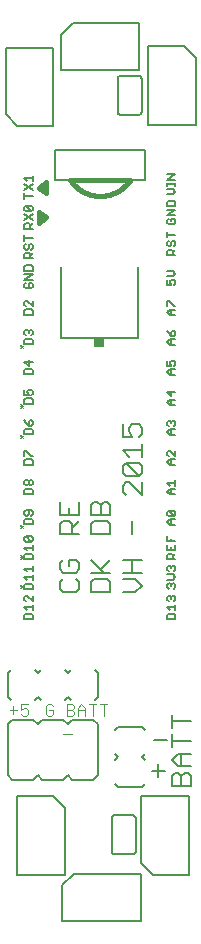
<source format=gto>
G75*
%MOIN*%
%OFA0B0*%
%FSLAX25Y25*%
%IPPOS*%
%LPD*%
%AMOC8*
5,1,8,0,0,1.08239X$1,22.5*
%
%ADD10C,0.01600*%
%ADD11C,0.00500*%
%ADD12C,0.00200*%
%ADD13C,0.00600*%
%ADD14C,0.00400*%
%ADD15C,0.00800*%
%ADD16R,0.03400X0.03000*%
%ADD17C,0.00300*%
D10*
X0016500Y0237598D02*
X0018700Y0239398D01*
X0016500Y0241198D01*
X0016500Y0237598D01*
X0017300Y0238398D02*
X0017300Y0240098D01*
X0018700Y0247498D02*
X0016500Y0249298D01*
X0018700Y0251098D01*
X0018700Y0247498D01*
X0017800Y0248498D02*
X0017800Y0249898D01*
X0026839Y0251918D02*
X0046839Y0251918D01*
X0046674Y0251677D01*
X0046504Y0251441D01*
X0046327Y0251208D01*
X0046146Y0250980D01*
X0045958Y0250757D01*
X0045766Y0250538D01*
X0045568Y0250323D01*
X0045365Y0250114D01*
X0045157Y0249910D01*
X0044944Y0249710D01*
X0044726Y0249516D01*
X0044504Y0249328D01*
X0044277Y0249144D01*
X0044046Y0248967D01*
X0043810Y0248795D01*
X0043571Y0248628D01*
X0043327Y0248468D01*
X0043080Y0248313D01*
X0042829Y0248165D01*
X0042574Y0248023D01*
X0042316Y0247887D01*
X0042055Y0247757D01*
X0041791Y0247634D01*
X0041524Y0247517D01*
X0041254Y0247406D01*
X0040981Y0247302D01*
X0040706Y0247205D01*
X0040429Y0247115D01*
X0040150Y0247031D01*
X0039868Y0246954D01*
X0039585Y0246884D01*
X0039300Y0246821D01*
X0039014Y0246765D01*
X0038727Y0246715D01*
X0038438Y0246673D01*
X0038149Y0246638D01*
X0037859Y0246609D01*
X0037568Y0246588D01*
X0037276Y0246574D01*
X0036985Y0246567D01*
X0036693Y0246567D01*
X0036402Y0246574D01*
X0036110Y0246588D01*
X0035819Y0246609D01*
X0035529Y0246638D01*
X0035240Y0246673D01*
X0034951Y0246715D01*
X0034664Y0246765D01*
X0034378Y0246821D01*
X0034093Y0246884D01*
X0033810Y0246954D01*
X0033528Y0247031D01*
X0033249Y0247115D01*
X0032972Y0247205D01*
X0032697Y0247302D01*
X0032424Y0247406D01*
X0032154Y0247517D01*
X0031887Y0247634D01*
X0031623Y0247757D01*
X0031362Y0247887D01*
X0031104Y0248023D01*
X0030849Y0248165D01*
X0030598Y0248313D01*
X0030351Y0248468D01*
X0030107Y0248628D01*
X0029868Y0248795D01*
X0029632Y0248967D01*
X0029401Y0249144D01*
X0029174Y0249328D01*
X0028952Y0249516D01*
X0028734Y0249710D01*
X0028521Y0249910D01*
X0028313Y0250114D01*
X0028110Y0250323D01*
X0027912Y0250538D01*
X0027720Y0250757D01*
X0027532Y0250980D01*
X0027351Y0251208D01*
X0027174Y0251441D01*
X0027004Y0251677D01*
X0026839Y0251918D01*
D11*
X0009280Y0046406D02*
X0009280Y0020186D01*
X0025028Y0020186D01*
X0025028Y0042469D01*
X0021091Y0046406D01*
X0009280Y0046406D01*
X0011648Y0105548D02*
X0011648Y0106900D01*
X0012098Y0107350D01*
X0013900Y0107350D01*
X0014350Y0106900D01*
X0014350Y0105548D01*
X0011648Y0105548D01*
X0012548Y0108495D02*
X0011648Y0109396D01*
X0014350Y0109396D01*
X0014350Y0110296D02*
X0014350Y0108495D01*
X0014350Y0111441D02*
X0012548Y0113243D01*
X0012098Y0113243D01*
X0011648Y0112793D01*
X0011648Y0111892D01*
X0012098Y0111441D01*
X0011648Y0115548D02*
X0011648Y0116900D01*
X0012098Y0117350D01*
X0013900Y0117350D01*
X0014350Y0116900D01*
X0014350Y0115548D01*
X0011648Y0115548D01*
X0012548Y0118495D02*
X0011648Y0119396D01*
X0014350Y0119396D01*
X0014350Y0120296D02*
X0014350Y0118495D01*
X0014350Y0121441D02*
X0014350Y0123243D01*
X0014350Y0122342D02*
X0011648Y0122342D01*
X0012548Y0121441D01*
X0011648Y0125448D02*
X0011648Y0126800D01*
X0012098Y0127250D01*
X0013900Y0127250D01*
X0014350Y0126800D01*
X0014350Y0125448D01*
X0011648Y0125448D01*
X0012548Y0128395D02*
X0011648Y0129296D01*
X0014350Y0129296D01*
X0014350Y0130196D02*
X0014350Y0128395D01*
X0013900Y0131341D02*
X0012098Y0133143D01*
X0013900Y0133143D01*
X0014350Y0132693D01*
X0014350Y0131792D01*
X0013900Y0131341D01*
X0012098Y0131341D01*
X0011648Y0131792D01*
X0011648Y0132693D01*
X0012098Y0133143D01*
X0011648Y0137048D02*
X0011648Y0138400D01*
X0012098Y0138850D01*
X0013900Y0138850D01*
X0014350Y0138400D01*
X0014350Y0137048D01*
X0011648Y0137048D01*
X0012098Y0139995D02*
X0011648Y0140445D01*
X0011648Y0141346D01*
X0012098Y0141796D01*
X0013900Y0141796D01*
X0014350Y0141346D01*
X0014350Y0140445D01*
X0013900Y0139995D01*
X0012999Y0140445D02*
X0012999Y0141796D01*
X0012999Y0140445D02*
X0012548Y0139995D01*
X0012098Y0139995D01*
X0011648Y0147148D02*
X0011648Y0148500D01*
X0012098Y0148950D01*
X0013900Y0148950D01*
X0014350Y0148500D01*
X0014350Y0147148D01*
X0011648Y0147148D01*
X0012098Y0150095D02*
X0011648Y0150545D01*
X0011648Y0151446D01*
X0012098Y0151896D01*
X0012548Y0151896D01*
X0012999Y0151446D01*
X0012999Y0150545D01*
X0012548Y0150095D01*
X0012098Y0150095D01*
X0012999Y0150545D02*
X0013449Y0150095D01*
X0013900Y0150095D01*
X0014350Y0150545D01*
X0014350Y0151446D01*
X0013900Y0151896D01*
X0013449Y0151896D01*
X0012999Y0151446D01*
X0014350Y0156948D02*
X0014350Y0158300D01*
X0013900Y0158750D01*
X0012098Y0158750D01*
X0011648Y0158300D01*
X0011648Y0156948D01*
X0014350Y0156948D01*
X0014350Y0159895D02*
X0013900Y0159895D01*
X0012098Y0161696D01*
X0011648Y0161696D01*
X0011648Y0159895D01*
X0011648Y0167048D02*
X0011648Y0168400D01*
X0012098Y0168850D01*
X0013900Y0168850D01*
X0014350Y0168400D01*
X0014350Y0167048D01*
X0011648Y0167048D01*
X0012999Y0169995D02*
X0012098Y0170896D01*
X0011648Y0171796D01*
X0012999Y0171346D02*
X0012999Y0169995D01*
X0013900Y0169995D01*
X0014350Y0170445D01*
X0014350Y0171346D01*
X0013900Y0171796D01*
X0013449Y0171796D01*
X0012999Y0171346D01*
X0011648Y0177248D02*
X0014350Y0177248D01*
X0014350Y0178600D01*
X0013900Y0179050D01*
X0012098Y0179050D01*
X0011648Y0178600D01*
X0011648Y0177248D01*
X0011648Y0180195D02*
X0012999Y0180195D01*
X0012548Y0181096D01*
X0012548Y0181546D01*
X0012999Y0181996D01*
X0013900Y0181996D01*
X0014350Y0181546D01*
X0014350Y0180645D01*
X0013900Y0180195D01*
X0014350Y0187048D02*
X0014350Y0188400D01*
X0013900Y0188850D01*
X0012098Y0188850D01*
X0011648Y0188400D01*
X0011648Y0187048D01*
X0014350Y0187048D01*
X0012999Y0189995D02*
X0012999Y0191796D01*
X0011648Y0191346D02*
X0012999Y0189995D01*
X0014350Y0191346D02*
X0011648Y0191346D01*
X0011648Y0197148D02*
X0011648Y0198500D01*
X0012098Y0198950D01*
X0013900Y0198950D01*
X0014350Y0198500D01*
X0014350Y0197148D01*
X0011648Y0197148D01*
X0012098Y0200095D02*
X0011648Y0200545D01*
X0011648Y0201446D01*
X0012098Y0201896D01*
X0012548Y0201896D01*
X0012999Y0201446D01*
X0013449Y0201896D01*
X0013900Y0201896D01*
X0014350Y0201446D01*
X0014350Y0200545D01*
X0013900Y0200095D01*
X0012999Y0200996D02*
X0012999Y0201446D01*
X0011648Y0206948D02*
X0014350Y0206948D01*
X0014350Y0208300D01*
X0013900Y0208750D01*
X0012098Y0208750D01*
X0011648Y0208300D01*
X0011648Y0206948D01*
X0012098Y0209895D02*
X0011648Y0210345D01*
X0011648Y0211246D01*
X0012098Y0211696D01*
X0012548Y0211696D01*
X0014350Y0209895D01*
X0014350Y0211696D01*
X0013900Y0215748D02*
X0014350Y0216199D01*
X0014350Y0217100D01*
X0013900Y0217550D01*
X0012999Y0217550D01*
X0012999Y0216649D01*
X0012098Y0215748D02*
X0013900Y0215748D01*
X0014350Y0218695D02*
X0011648Y0218695D01*
X0014350Y0220496D01*
X0011648Y0220496D01*
X0011648Y0221641D02*
X0011648Y0222993D01*
X0012098Y0223443D01*
X0013900Y0223443D01*
X0014350Y0222993D01*
X0014350Y0221641D01*
X0011648Y0221641D01*
X0012098Y0217550D02*
X0011648Y0217100D01*
X0011648Y0216199D01*
X0012098Y0215748D01*
X0011648Y0225748D02*
X0011648Y0227100D01*
X0012098Y0227550D01*
X0012999Y0227550D01*
X0013449Y0227100D01*
X0013449Y0225748D01*
X0014350Y0225748D02*
X0011648Y0225748D01*
X0012098Y0228695D02*
X0011648Y0229145D01*
X0011648Y0230046D01*
X0012098Y0230496D01*
X0012999Y0230046D02*
X0013449Y0230496D01*
X0013900Y0230496D01*
X0014350Y0230046D01*
X0014350Y0229145D01*
X0013900Y0228695D01*
X0014350Y0227550D02*
X0013449Y0226649D01*
X0012548Y0228695D02*
X0012999Y0229145D01*
X0012999Y0230046D01*
X0012548Y0228695D02*
X0012098Y0228695D01*
X0011648Y0231641D02*
X0011648Y0233443D01*
X0011648Y0232542D02*
X0014350Y0232542D01*
X0014350Y0235648D02*
X0011648Y0235648D01*
X0011648Y0237000D01*
X0012098Y0237450D01*
X0012999Y0237450D01*
X0013449Y0237000D01*
X0013449Y0235648D01*
X0013449Y0236549D02*
X0014350Y0237450D01*
X0014350Y0238595D02*
X0011648Y0240396D01*
X0012098Y0241541D02*
X0011648Y0241992D01*
X0011648Y0242893D01*
X0012098Y0243343D01*
X0013900Y0241541D01*
X0014350Y0241992D01*
X0014350Y0242893D01*
X0013900Y0243343D01*
X0012098Y0243343D01*
X0012098Y0241541D02*
X0013900Y0241541D01*
X0014350Y0240396D02*
X0011648Y0238595D01*
X0011648Y0245648D02*
X0011648Y0247450D01*
X0011648Y0246549D02*
X0014350Y0246549D01*
X0014350Y0248595D02*
X0011648Y0250396D01*
X0012548Y0251541D02*
X0011648Y0252442D01*
X0014350Y0252442D01*
X0014350Y0251541D02*
X0014350Y0253343D01*
X0014350Y0250396D02*
X0011648Y0248595D01*
X0009280Y0269792D02*
X0005343Y0273729D01*
X0005343Y0296013D01*
X0021091Y0296013D01*
X0021091Y0269792D01*
X0009280Y0269792D01*
X0021839Y0261918D02*
X0021839Y0251918D01*
X0026839Y0251918D01*
X0021839Y0261918D02*
X0051839Y0261918D01*
X0051839Y0251918D01*
X0046839Y0251918D01*
X0052981Y0270186D02*
X0052981Y0296406D01*
X0064792Y0296406D01*
X0068729Y0292469D01*
X0068729Y0270186D01*
X0052981Y0270186D01*
X0049950Y0288414D02*
X0023729Y0288414D01*
X0023729Y0300225D01*
X0027666Y0304162D01*
X0049950Y0304162D01*
X0049950Y0288414D01*
X0059248Y0253761D02*
X0061950Y0253761D01*
X0059248Y0251959D01*
X0061950Y0251959D01*
X0061950Y0250896D02*
X0061950Y0249995D01*
X0061950Y0250445D02*
X0059248Y0250445D01*
X0059248Y0249995D02*
X0059248Y0250896D01*
X0059248Y0248850D02*
X0061049Y0248850D01*
X0061950Y0247949D01*
X0061049Y0247048D01*
X0059248Y0247048D01*
X0059698Y0244843D02*
X0059248Y0244393D01*
X0059248Y0243041D01*
X0061950Y0243041D01*
X0061950Y0244393D01*
X0061500Y0244843D01*
X0059698Y0244843D01*
X0059248Y0241896D02*
X0061950Y0241896D01*
X0059248Y0240095D01*
X0061950Y0240095D01*
X0061500Y0238950D02*
X0060599Y0238950D01*
X0060599Y0238049D01*
X0059698Y0237148D02*
X0061500Y0237148D01*
X0061950Y0237599D01*
X0061950Y0238500D01*
X0061500Y0238950D01*
X0061950Y0233642D02*
X0059248Y0233642D01*
X0059248Y0232741D02*
X0059248Y0234543D01*
X0059698Y0237148D02*
X0059248Y0237599D01*
X0059248Y0238500D01*
X0059698Y0238950D01*
X0059698Y0231596D02*
X0059248Y0231146D01*
X0059248Y0230245D01*
X0059698Y0229795D01*
X0060148Y0229795D01*
X0060599Y0230245D01*
X0060599Y0231146D01*
X0061049Y0231596D01*
X0061500Y0231596D01*
X0061950Y0231146D01*
X0061950Y0230245D01*
X0061500Y0229795D01*
X0061950Y0228650D02*
X0061049Y0227749D01*
X0061049Y0228200D02*
X0061049Y0226848D01*
X0061950Y0226848D02*
X0059248Y0226848D01*
X0059248Y0228200D01*
X0059698Y0228650D01*
X0060599Y0228650D01*
X0061049Y0228200D01*
X0061049Y0221596D02*
X0059248Y0221596D01*
X0059248Y0219795D02*
X0061049Y0219795D01*
X0061950Y0220696D01*
X0061049Y0221596D01*
X0060599Y0218650D02*
X0061500Y0218650D01*
X0061950Y0218200D01*
X0061950Y0217299D01*
X0061500Y0216848D01*
X0060599Y0216848D02*
X0060148Y0217749D01*
X0060148Y0218200D01*
X0060599Y0218650D01*
X0059248Y0218650D02*
X0059248Y0216848D01*
X0060599Y0216848D01*
X0059698Y0211596D02*
X0061500Y0209795D01*
X0061950Y0209795D01*
X0061950Y0208650D02*
X0060148Y0208650D01*
X0059248Y0207749D01*
X0060148Y0206848D01*
X0061950Y0206848D01*
X0060599Y0206848D02*
X0060599Y0208650D01*
X0059248Y0209795D02*
X0059248Y0211596D01*
X0059698Y0211596D01*
X0059248Y0201696D02*
X0059698Y0200796D01*
X0060599Y0199895D01*
X0060599Y0201246D01*
X0061049Y0201696D01*
X0061500Y0201696D01*
X0061950Y0201246D01*
X0061950Y0200345D01*
X0061500Y0199895D01*
X0060599Y0199895D01*
X0060599Y0198750D02*
X0060599Y0196948D01*
X0060148Y0196948D02*
X0059248Y0197849D01*
X0060148Y0198750D01*
X0061950Y0198750D01*
X0061950Y0196948D02*
X0060148Y0196948D01*
X0060599Y0191696D02*
X0061500Y0191696D01*
X0061950Y0191246D01*
X0061950Y0190345D01*
X0061500Y0189895D01*
X0061950Y0188750D02*
X0060148Y0188750D01*
X0059248Y0187849D01*
X0060148Y0186948D01*
X0061950Y0186948D01*
X0060599Y0186948D02*
X0060599Y0188750D01*
X0060599Y0189895D02*
X0060148Y0190796D01*
X0060148Y0191246D01*
X0060599Y0191696D01*
X0059248Y0191696D02*
X0059248Y0189895D01*
X0060599Y0189895D01*
X0060599Y0181596D02*
X0060599Y0179795D01*
X0059248Y0181146D01*
X0061950Y0181146D01*
X0061950Y0178650D02*
X0060148Y0178650D01*
X0059248Y0177749D01*
X0060148Y0176848D01*
X0061950Y0176848D01*
X0060599Y0176848D02*
X0060599Y0178650D01*
X0061049Y0171696D02*
X0060599Y0171246D01*
X0060599Y0170796D01*
X0060599Y0171246D02*
X0060148Y0171696D01*
X0059698Y0171696D01*
X0059248Y0171246D01*
X0059248Y0170345D01*
X0059698Y0169895D01*
X0060148Y0168750D02*
X0059248Y0167849D01*
X0060148Y0166948D01*
X0061950Y0166948D01*
X0061950Y0168750D02*
X0060148Y0168750D01*
X0060599Y0168750D02*
X0060599Y0166948D01*
X0061049Y0171696D02*
X0061500Y0171696D01*
X0061950Y0171246D01*
X0061950Y0170345D01*
X0061500Y0169895D01*
X0061950Y0161696D02*
X0061950Y0159895D01*
X0060148Y0161696D01*
X0059698Y0161696D01*
X0059248Y0161246D01*
X0059248Y0160345D01*
X0059698Y0159895D01*
X0060148Y0158750D02*
X0059248Y0157849D01*
X0060148Y0156948D01*
X0061950Y0156948D01*
X0061950Y0158750D02*
X0060148Y0158750D01*
X0060599Y0158750D02*
X0060599Y0156948D01*
X0061950Y0151796D02*
X0061950Y0149995D01*
X0061950Y0150896D02*
X0059248Y0150896D01*
X0060148Y0149995D01*
X0060148Y0148850D02*
X0061950Y0148850D01*
X0061950Y0147048D02*
X0060148Y0147048D01*
X0059248Y0147949D01*
X0060148Y0148850D01*
X0060599Y0148850D02*
X0060599Y0147048D01*
X0059698Y0141696D02*
X0061500Y0141696D01*
X0061950Y0141246D01*
X0061950Y0140345D01*
X0061500Y0139895D01*
X0059698Y0141696D01*
X0059248Y0141246D01*
X0059248Y0140345D01*
X0059698Y0139895D01*
X0061500Y0139895D01*
X0061950Y0138750D02*
X0060148Y0138750D01*
X0059248Y0137849D01*
X0060148Y0136948D01*
X0061950Y0136948D01*
X0060599Y0136948D02*
X0060599Y0138750D01*
X0059248Y0133243D02*
X0059248Y0131441D01*
X0061950Y0131441D01*
X0061950Y0130296D02*
X0061950Y0128495D01*
X0059248Y0128495D01*
X0059248Y0130296D01*
X0060599Y0129396D02*
X0060599Y0128495D01*
X0060599Y0127350D02*
X0061049Y0126900D01*
X0061049Y0125548D01*
X0061950Y0125548D02*
X0059248Y0125548D01*
X0059248Y0126900D01*
X0059698Y0127350D01*
X0060599Y0127350D01*
X0061049Y0126449D02*
X0061950Y0127350D01*
X0061500Y0123343D02*
X0061049Y0123343D01*
X0060599Y0122893D01*
X0060599Y0122442D01*
X0060599Y0122893D02*
X0060148Y0123343D01*
X0059698Y0123343D01*
X0059248Y0122893D01*
X0059248Y0121992D01*
X0059698Y0121541D01*
X0059248Y0120396D02*
X0061049Y0120396D01*
X0061950Y0119496D01*
X0061049Y0118595D01*
X0059248Y0118595D01*
X0059698Y0117450D02*
X0060148Y0117450D01*
X0060599Y0117000D01*
X0061049Y0117450D01*
X0061500Y0117450D01*
X0061950Y0117000D01*
X0061950Y0116099D01*
X0061500Y0115648D01*
X0061500Y0113243D02*
X0061049Y0113243D01*
X0060599Y0112793D01*
X0060599Y0112342D01*
X0060599Y0112793D02*
X0060148Y0113243D01*
X0059698Y0113243D01*
X0059248Y0112793D01*
X0059248Y0111892D01*
X0059698Y0111441D01*
X0059248Y0109396D02*
X0061950Y0109396D01*
X0061950Y0110296D02*
X0061950Y0108495D01*
X0061500Y0107350D02*
X0059698Y0107350D01*
X0059248Y0106900D01*
X0059248Y0105548D01*
X0061950Y0105548D01*
X0061950Y0106900D01*
X0061500Y0107350D01*
X0060148Y0108495D02*
X0059248Y0109396D01*
X0059698Y0115648D02*
X0059248Y0116099D01*
X0059248Y0117000D01*
X0059698Y0117450D01*
X0060599Y0117000D02*
X0060599Y0116549D01*
X0061500Y0113243D02*
X0061950Y0112793D01*
X0061950Y0111892D01*
X0061500Y0111441D01*
X0061500Y0121541D02*
X0061950Y0121992D01*
X0061950Y0122893D01*
X0061500Y0123343D01*
X0060599Y0131441D02*
X0060599Y0132342D01*
X0066367Y0046406D02*
X0050619Y0046406D01*
X0050619Y0024123D01*
X0054556Y0020186D01*
X0066367Y0020186D01*
X0066367Y0046406D01*
X0050343Y0020698D02*
X0050343Y0004950D01*
X0024123Y0004950D01*
X0024123Y0016761D01*
X0028060Y0020698D01*
X0050343Y0020698D01*
X0014350Y0111441D02*
X0014350Y0113243D01*
X0011648Y0180195D02*
X0011648Y0181996D01*
D12*
X0011200Y0177099D02*
X0009999Y0175898D01*
X0010599Y0175898D02*
X0010599Y0177099D01*
X0009999Y0177099D02*
X0011200Y0175898D01*
X0011200Y0176499D02*
X0009999Y0176499D01*
X0009999Y0166999D02*
X0011200Y0165798D01*
X0010599Y0165798D02*
X0010599Y0166999D01*
X0011200Y0166999D02*
X0009999Y0165798D01*
X0009999Y0166399D02*
X0011200Y0166399D01*
X0011200Y0136999D02*
X0009999Y0135798D01*
X0010599Y0135798D02*
X0010599Y0136999D01*
X0009999Y0136999D02*
X0011200Y0135798D01*
X0011200Y0136399D02*
X0009999Y0136399D01*
X0009999Y0126899D02*
X0011200Y0125698D01*
X0010599Y0125698D02*
X0010599Y0126899D01*
X0011200Y0126899D02*
X0009999Y0125698D01*
X0009999Y0126299D02*
X0011200Y0126299D01*
X0011200Y0116999D02*
X0009999Y0115798D01*
X0010599Y0115798D02*
X0010599Y0116999D01*
X0009999Y0116999D02*
X0011200Y0115798D01*
X0011200Y0116399D02*
X0009999Y0116399D01*
X0009999Y0195798D02*
X0011200Y0196999D01*
X0011200Y0196399D02*
X0009999Y0196399D01*
X0009999Y0196999D02*
X0011200Y0195798D01*
X0010599Y0195798D02*
X0010599Y0196999D01*
D13*
X0023354Y0144615D02*
X0023354Y0140345D01*
X0029760Y0140345D01*
X0029760Y0144615D01*
X0029760Y0138170D02*
X0027625Y0136035D01*
X0027625Y0137102D02*
X0027625Y0133899D01*
X0027625Y0137102D02*
X0026557Y0138170D01*
X0024422Y0138170D01*
X0023354Y0137102D01*
X0023354Y0133899D01*
X0029760Y0133899D01*
X0028692Y0125279D02*
X0026557Y0125279D01*
X0026557Y0123144D01*
X0024422Y0125279D02*
X0023354Y0124211D01*
X0023354Y0122076D01*
X0024422Y0121008D01*
X0028692Y0121008D01*
X0029760Y0122076D01*
X0029760Y0124211D01*
X0028692Y0125279D01*
X0028692Y0118833D02*
X0029760Y0117766D01*
X0029760Y0115630D01*
X0028692Y0114563D01*
X0024422Y0114563D01*
X0023354Y0115630D01*
X0023354Y0117766D01*
X0024422Y0118833D01*
X0026557Y0140345D02*
X0026557Y0142480D01*
X0033854Y0143548D02*
X0033854Y0140345D01*
X0040260Y0140345D01*
X0040260Y0143548D01*
X0039192Y0144615D01*
X0038125Y0144615D01*
X0037057Y0143548D01*
X0037057Y0140345D01*
X0037057Y0143548D02*
X0035990Y0144615D01*
X0034922Y0144615D01*
X0033854Y0143548D01*
X0034922Y0138170D02*
X0033854Y0137102D01*
X0033854Y0133899D01*
X0040260Y0133899D01*
X0040260Y0137102D01*
X0039192Y0138170D01*
X0034922Y0138170D01*
X0033854Y0125279D02*
X0038125Y0121008D01*
X0039192Y0118833D02*
X0034922Y0118833D01*
X0033854Y0117766D01*
X0033854Y0114563D01*
X0040260Y0114563D01*
X0040260Y0117766D01*
X0039192Y0118833D01*
X0040260Y0121008D02*
X0033854Y0121008D01*
X0037057Y0122076D02*
X0040260Y0125279D01*
X0044354Y0125279D02*
X0050760Y0125279D01*
X0050760Y0121008D02*
X0044354Y0121008D01*
X0044354Y0118833D02*
X0048625Y0118833D01*
X0050760Y0116698D01*
X0048625Y0114563D01*
X0044354Y0114563D01*
X0047557Y0121008D02*
X0047557Y0125279D01*
X0047557Y0133899D02*
X0047557Y0138170D01*
X0045422Y0146790D02*
X0044354Y0147858D01*
X0044354Y0149993D01*
X0045422Y0151061D01*
X0046490Y0151061D01*
X0050760Y0146790D01*
X0050760Y0151061D01*
X0049692Y0153236D02*
X0045422Y0157506D01*
X0049692Y0157506D01*
X0050760Y0156439D01*
X0050760Y0154303D01*
X0049692Y0153236D01*
X0045422Y0153236D01*
X0044354Y0154303D01*
X0044354Y0156439D01*
X0045422Y0157506D01*
X0046490Y0159681D02*
X0044354Y0161816D01*
X0050760Y0161816D01*
X0050760Y0159681D02*
X0050760Y0163952D01*
X0049692Y0166127D02*
X0050760Y0167194D01*
X0050760Y0169330D01*
X0049692Y0170397D01*
X0047557Y0170397D01*
X0046490Y0169330D01*
X0046490Y0168262D01*
X0047557Y0166127D01*
X0044354Y0166127D01*
X0044354Y0170397D01*
X0035091Y0088690D02*
X0036091Y0087690D01*
X0036091Y0079690D01*
X0035091Y0078690D01*
X0034591Y0072036D02*
X0036091Y0070536D01*
X0036091Y0053536D01*
X0034591Y0052036D01*
X0027591Y0052036D01*
X0026091Y0053536D01*
X0024591Y0052036D01*
X0017591Y0052036D01*
X0016091Y0053536D01*
X0014591Y0052036D01*
X0007591Y0052036D01*
X0006091Y0053536D01*
X0006091Y0070536D01*
X0007591Y0072036D01*
X0014591Y0072036D01*
X0016091Y0070536D01*
X0017591Y0072036D01*
X0024591Y0072036D01*
X0026091Y0070536D01*
X0027591Y0072036D01*
X0034591Y0072036D01*
X0041682Y0068674D02*
X0042682Y0069674D01*
X0050682Y0069674D01*
X0051682Y0068674D01*
X0051682Y0060674D02*
X0050682Y0059674D01*
X0051682Y0058674D01*
X0051682Y0050674D02*
X0050682Y0049674D01*
X0042682Y0049674D01*
X0041682Y0050674D01*
X0041682Y0058674D02*
X0042682Y0059674D01*
X0041682Y0060674D01*
X0041713Y0040190D02*
X0047713Y0040190D01*
X0047773Y0040188D01*
X0047834Y0040183D01*
X0047893Y0040174D01*
X0047952Y0040161D01*
X0048011Y0040145D01*
X0048068Y0040125D01*
X0048123Y0040102D01*
X0048178Y0040075D01*
X0048230Y0040046D01*
X0048281Y0040013D01*
X0048330Y0039977D01*
X0048376Y0039939D01*
X0048420Y0039897D01*
X0048462Y0039853D01*
X0048500Y0039807D01*
X0048536Y0039758D01*
X0048569Y0039707D01*
X0048598Y0039655D01*
X0048625Y0039600D01*
X0048648Y0039545D01*
X0048668Y0039488D01*
X0048684Y0039429D01*
X0048697Y0039370D01*
X0048706Y0039311D01*
X0048711Y0039250D01*
X0048713Y0039190D01*
X0048713Y0028190D01*
X0048711Y0028130D01*
X0048706Y0028069D01*
X0048697Y0028010D01*
X0048684Y0027951D01*
X0048668Y0027892D01*
X0048648Y0027835D01*
X0048625Y0027780D01*
X0048598Y0027725D01*
X0048569Y0027673D01*
X0048536Y0027622D01*
X0048500Y0027573D01*
X0048462Y0027527D01*
X0048420Y0027483D01*
X0048376Y0027441D01*
X0048330Y0027403D01*
X0048281Y0027367D01*
X0048230Y0027334D01*
X0048178Y0027305D01*
X0048123Y0027278D01*
X0048068Y0027255D01*
X0048011Y0027235D01*
X0047952Y0027219D01*
X0047893Y0027206D01*
X0047834Y0027197D01*
X0047773Y0027192D01*
X0047713Y0027190D01*
X0041713Y0027190D01*
X0041653Y0027192D01*
X0041592Y0027197D01*
X0041533Y0027206D01*
X0041474Y0027219D01*
X0041415Y0027235D01*
X0041358Y0027255D01*
X0041303Y0027278D01*
X0041248Y0027305D01*
X0041196Y0027334D01*
X0041145Y0027367D01*
X0041096Y0027403D01*
X0041050Y0027441D01*
X0041006Y0027483D01*
X0040964Y0027527D01*
X0040926Y0027573D01*
X0040890Y0027622D01*
X0040857Y0027673D01*
X0040828Y0027725D01*
X0040801Y0027780D01*
X0040778Y0027835D01*
X0040758Y0027892D01*
X0040742Y0027951D01*
X0040729Y0028010D01*
X0040720Y0028069D01*
X0040715Y0028130D01*
X0040713Y0028190D01*
X0040713Y0039190D01*
X0040715Y0039250D01*
X0040720Y0039311D01*
X0040729Y0039370D01*
X0040742Y0039429D01*
X0040758Y0039488D01*
X0040778Y0039545D01*
X0040801Y0039600D01*
X0040828Y0039655D01*
X0040857Y0039707D01*
X0040890Y0039758D01*
X0040926Y0039807D01*
X0040964Y0039853D01*
X0041006Y0039897D01*
X0041050Y0039939D01*
X0041096Y0039977D01*
X0041145Y0040013D01*
X0041196Y0040046D01*
X0041248Y0040075D01*
X0041303Y0040102D01*
X0041358Y0040125D01*
X0041415Y0040145D01*
X0041474Y0040161D01*
X0041533Y0040174D01*
X0041592Y0040183D01*
X0041653Y0040188D01*
X0041713Y0040190D01*
X0054069Y0054909D02*
X0058339Y0054909D01*
X0056204Y0057044D02*
X0056204Y0052774D01*
X0054856Y0065145D02*
X0059126Y0065145D01*
X0060756Y0064966D02*
X0067161Y0064966D01*
X0067161Y0060656D02*
X0062891Y0060656D01*
X0060756Y0058521D01*
X0062891Y0056386D01*
X0067161Y0056386D01*
X0066094Y0054210D02*
X0067161Y0053143D01*
X0067161Y0049940D01*
X0060756Y0049940D01*
X0060756Y0053143D01*
X0061824Y0054210D01*
X0062891Y0054210D01*
X0063959Y0053143D01*
X0063959Y0049940D01*
X0063959Y0053143D02*
X0065026Y0054210D01*
X0066094Y0054210D01*
X0063959Y0056386D02*
X0063959Y0060656D01*
X0060756Y0062831D02*
X0060756Y0067101D01*
X0060756Y0069277D02*
X0060756Y0073547D01*
X0060756Y0071412D02*
X0067161Y0071412D01*
X0027091Y0078690D02*
X0026091Y0079690D01*
X0025091Y0078690D01*
X0026091Y0087690D02*
X0025091Y0088690D01*
X0026091Y0087690D02*
X0027091Y0088690D01*
X0017091Y0088690D02*
X0016091Y0087690D01*
X0015091Y0088690D01*
X0016091Y0079690D02*
X0015091Y0078690D01*
X0016091Y0079690D02*
X0017091Y0078690D01*
X0007091Y0078690D02*
X0006091Y0079690D01*
X0006091Y0087690D01*
X0007091Y0088690D01*
X0043682Y0273646D02*
X0049682Y0273646D01*
X0049742Y0273648D01*
X0049803Y0273653D01*
X0049862Y0273662D01*
X0049921Y0273675D01*
X0049980Y0273691D01*
X0050037Y0273711D01*
X0050092Y0273734D01*
X0050147Y0273761D01*
X0050199Y0273790D01*
X0050250Y0273823D01*
X0050299Y0273859D01*
X0050345Y0273897D01*
X0050389Y0273939D01*
X0050431Y0273983D01*
X0050469Y0274029D01*
X0050505Y0274078D01*
X0050538Y0274129D01*
X0050567Y0274181D01*
X0050594Y0274236D01*
X0050617Y0274291D01*
X0050637Y0274348D01*
X0050653Y0274407D01*
X0050666Y0274466D01*
X0050675Y0274525D01*
X0050680Y0274586D01*
X0050682Y0274646D01*
X0050682Y0285646D01*
X0050680Y0285706D01*
X0050675Y0285767D01*
X0050666Y0285826D01*
X0050653Y0285885D01*
X0050637Y0285944D01*
X0050617Y0286001D01*
X0050594Y0286056D01*
X0050567Y0286111D01*
X0050538Y0286163D01*
X0050505Y0286214D01*
X0050469Y0286263D01*
X0050431Y0286309D01*
X0050389Y0286353D01*
X0050345Y0286395D01*
X0050299Y0286433D01*
X0050250Y0286469D01*
X0050199Y0286502D01*
X0050147Y0286531D01*
X0050092Y0286558D01*
X0050037Y0286581D01*
X0049980Y0286601D01*
X0049921Y0286617D01*
X0049862Y0286630D01*
X0049803Y0286639D01*
X0049742Y0286644D01*
X0049682Y0286646D01*
X0043682Y0286646D01*
X0043622Y0286644D01*
X0043561Y0286639D01*
X0043502Y0286630D01*
X0043443Y0286617D01*
X0043384Y0286601D01*
X0043327Y0286581D01*
X0043272Y0286558D01*
X0043217Y0286531D01*
X0043165Y0286502D01*
X0043114Y0286469D01*
X0043065Y0286433D01*
X0043019Y0286395D01*
X0042975Y0286353D01*
X0042933Y0286309D01*
X0042895Y0286263D01*
X0042859Y0286214D01*
X0042826Y0286163D01*
X0042797Y0286111D01*
X0042770Y0286056D01*
X0042747Y0286001D01*
X0042727Y0285944D01*
X0042711Y0285885D01*
X0042698Y0285826D01*
X0042689Y0285767D01*
X0042684Y0285706D01*
X0042682Y0285646D01*
X0042682Y0274646D01*
X0042684Y0274586D01*
X0042689Y0274525D01*
X0042698Y0274466D01*
X0042711Y0274407D01*
X0042727Y0274348D01*
X0042747Y0274291D01*
X0042770Y0274236D01*
X0042797Y0274181D01*
X0042826Y0274129D01*
X0042859Y0274078D01*
X0042895Y0274029D01*
X0042933Y0273983D01*
X0042975Y0273939D01*
X0043019Y0273897D01*
X0043065Y0273859D01*
X0043114Y0273823D01*
X0043165Y0273790D01*
X0043217Y0273761D01*
X0043272Y0273734D01*
X0043327Y0273711D01*
X0043384Y0273691D01*
X0043443Y0273675D01*
X0043502Y0273662D01*
X0043561Y0273653D01*
X0043622Y0273648D01*
X0043682Y0273646D01*
D14*
X0027510Y0067294D02*
X0024441Y0067294D01*
D15*
X0023717Y0199320D02*
X0023719Y0222920D01*
X0023717Y0199320D02*
X0049520Y0199320D01*
X0049519Y0222920D01*
D16*
X0036619Y0197420D03*
D17*
X0036791Y0077043D02*
X0039260Y0077043D01*
X0038025Y0077043D02*
X0038025Y0073340D01*
X0035576Y0077043D02*
X0033108Y0077043D01*
X0034342Y0077043D02*
X0034342Y0073340D01*
X0031893Y0073340D02*
X0031893Y0075809D01*
X0030659Y0077043D01*
X0029424Y0075809D01*
X0029424Y0073340D01*
X0029424Y0075191D02*
X0031893Y0075191D01*
X0028210Y0074574D02*
X0028210Y0073957D01*
X0027593Y0073340D01*
X0025741Y0073340D01*
X0025741Y0077043D01*
X0027593Y0077043D01*
X0028210Y0076426D01*
X0028210Y0075809D01*
X0027593Y0075191D01*
X0025741Y0075191D01*
X0027593Y0075191D02*
X0028210Y0074574D01*
X0021210Y0073957D02*
X0021210Y0075191D01*
X0019976Y0075191D01*
X0021210Y0073957D02*
X0020593Y0073340D01*
X0019359Y0073340D01*
X0018741Y0073957D01*
X0018741Y0076426D01*
X0019359Y0077043D01*
X0020593Y0077043D01*
X0021210Y0076426D01*
X0012893Y0077043D02*
X0010424Y0077043D01*
X0010424Y0075191D01*
X0011659Y0075809D01*
X0012276Y0075809D01*
X0012893Y0075191D01*
X0012893Y0073957D01*
X0012276Y0073340D01*
X0011042Y0073340D01*
X0010424Y0073957D01*
X0009210Y0075191D02*
X0006741Y0075191D01*
X0007976Y0073957D02*
X0007976Y0076426D01*
M02*

</source>
